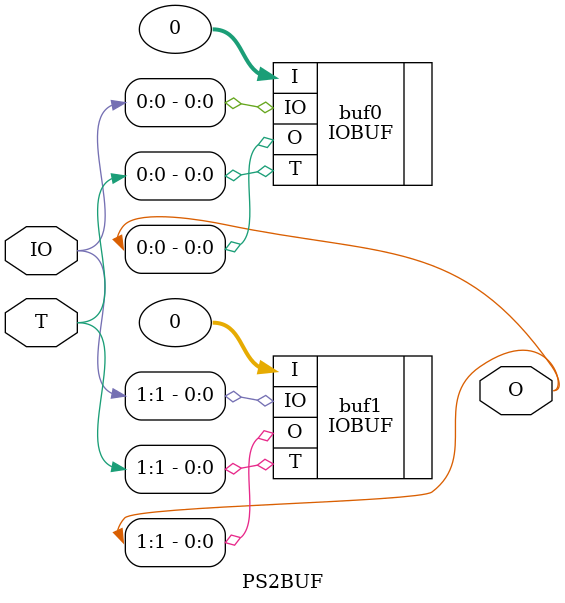
<source format=v>
module PS2BUF (output [1:0] O, inout [1:0] IO, input [1:0] T);
  IOBUF buf0 (.I(0), .O(O[0]), .IO(IO[0]), .T(T[0]));
  IOBUF buf1 (.I(0), .O(O[1]), .IO(IO[1]), .T(T[1]));    
endmodule

</source>
